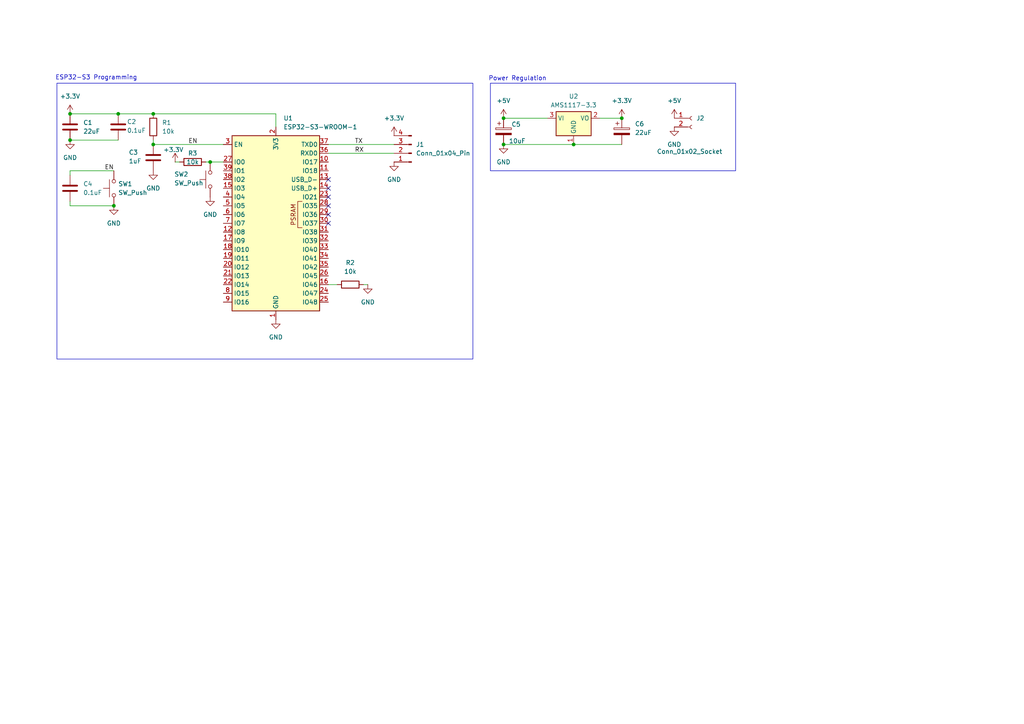
<source format=kicad_sch>
(kicad_sch (version 20231120) (generator "eeschema") (generator_version "8.0")
  (paper "A4")
  (lib_symbols
    (symbol "Connector:Conn_01x02_Socket" (pin_names (offset 1.016) hide)
      (property "Reference" "J" (at 0 2.54 0))
      (property "Value" "Conn_01x02_Socket" (at 0 -5.08 0))
      (symbol "Conn_01x02_Socket_1_1"
        (arc (start 0 -2.032) (mid -0.5058 -2.54) (end 0 -3.048) (stroke (width 0.1524)))
        (polyline (pts (xy -1.27 -2.54) (xy -0.508 -2.54)) (stroke (width 0.1524)))
        (polyline (pts (xy -1.27 0) (xy -0.508 0)) (stroke (width 0.1524)))
        (arc (start 0 0.508) (mid -0.5058 0) (end 0 -0.508) (stroke (width 0.1524)))
        (pin passive line (at -5.08 0 0) (length 3.81) (name "Pin_1") (number "1"))
        (pin passive line (at -5.08 -2.54 0) (length 3.81) (name "Pin_2") (number "2"))
      )
    )
    (symbol "Connector:Conn_01x04_Pin" (pin_names (offset 1.016) hide)
      (property "Reference" "J" (at 0 5.08 0))
      (property "Value" "Conn_01x04_Pin" (at 0 -7.62 0))
      (symbol "Conn_01x04_Pin_1_1"
        (polyline (pts (xy 1.27 -5.08) (xy 0.8636 -5.08)) (stroke (width 0.1524)))
        (polyline (pts (xy 1.27 -2.54) (xy 0.8636 -2.54)) (stroke (width 0.1524)))
        (polyline (pts (xy 1.27 0) (xy 0.8636 0)) (stroke (width 0.1524)))
        (polyline (pts (xy 1.27 2.54) (xy 0.8636 2.54)) (stroke (width 0.1524)))
        (rectangle (start 0.8636 -4.953) (end 0 -5.207) (stroke (width 0.1524)) (fill (type outline)))
        (rectangle (start 0.8636 -2.413) (end 0 -2.667) (stroke (width 0.1524)) (fill (type outline)))
        (rectangle (start 0.8636 0.127) (end 0 -0.127) (stroke (width 0.1524)) (fill (type outline)))
        (rectangle (start 0.8636 2.667) (end 0 2.413) (stroke (width 0.1524)) (fill (type outline)))
        (pin passive line (at 5.08 2.54 180) (length 3.81) (name "Pin_1") (number "1"))
        (pin passive line (at 5.08 0 180) (length 3.81) (name "Pin_2") (number "2"))
        (pin passive line (at 5.08 -2.54 180) (length 3.81) (name "Pin_3") (number "3"))
        (pin passive line (at 5.08 -5.08 180) (length 3.81) (name "Pin_4") (number "4"))
      )
    )
    (symbol "Device:C" (pin_numbers hide) (pin_names (offset 0.254))
      (property "Reference" "C" (at 0.635 2.54 0))
      (property "Value" "C" (at 0.635 -2.54 0))
      (symbol "C_0_1"
        (polyline (pts (xy -2.032 -0.762) (xy 2.032 -0.762)) (stroke (width 0.508)))
        (polyline (pts (xy -2.032 0.762) (xy 2.032 0.762)) (stroke (width 0.508)))
      )
      (symbol "C_1_1"
        (pin passive line (at 0 3.81 270) (length 2.794) (name "~") (number "1"))
        (pin passive line (at 0 -3.81 90) (length 2.794) (name "~") (number "2"))
      )
    )
    (symbol "Device:C_Polarized" (pin_numbers hide) (pin_names (offset 0.254))
      (property "Reference" "C" (at 0.635 2.54 0))
      (property "Value" "C_Polarized" (at 0.635 -2.54 0))
      (symbol "C_Polarized_0_1"
        (rectangle (start -2.286 0.508) (end 2.286 1.016))
        (polyline (pts (xy -1.778 2.286) (xy -0.762 2.286)))
        (polyline (pts (xy -1.27 2.794) (xy -1.27 1.778)))
        (rectangle (start 2.286 -0.508) (end -2.286 -1.016) (fill (type outline)))
      )
      (symbol "C_Polarized_1_1"
        (pin passive line (at 0 3.81 270) (length 2.794) (name "~") (number "1"))
        (pin passive line (at 0 -3.81 90) (length 2.794) (name "~") (number "2"))
      )
    )
    (symbol "Device:R" (pin_numbers hide) (pin_names (offset 0))
      (property "Reference" "R" (at 2.032 0 90))
      (property "Value" "R" (at 0 0 90))
      (symbol "R_0_1"
        (rectangle (start -1.016 -2.54) (end 1.016 2.54) (stroke (width 0.254)))
      )
      (symbol "R_1_1"
        (pin passive line (at 0 3.81 270) (length 1.27) (name "~") (number "1"))
        (pin passive line (at 0 -3.81 90) (length 1.27) (name "~") (number "2"))
      )
    )
    (symbol "RF_Module:ESP32-S3-WROOM-1"
      (property "Reference" "U" (at -12.7 26.67 0))
      (property "Value" "ESP32-S3-WROOM-1" (at 12.7 26.67 0))
      (symbol "ESP32-S3-WROOM-1_0_0"
        (rectangle (start -12.7 25.4) (end 12.7 -25.4) (stroke (width 0.254)) (fill (type background)))
        (text "PSRAM" (at 5.08 2.54 900) (effects (font (size 1.27 1.27))))
      )
      (symbol "ESP32-S3-WROOM-1_0_1"
        (polyline (pts (xy 7.62 -1.27) (xy 6.35 -1.27) (xy 6.35 6.35) (xy 7.62 6.35)))
      )
      (symbol "ESP32-S3-WROOM-1_1_1"
        (pin power_in line (at 0 -27.94 90) (length 2.54) (name "GND") (number "1"))
        (pin bidirectional line (at 15.24 17.78 180) (length 2.54) (name "IO17") (number "10"))
        (pin bidirectional line (at 15.24 15.24 180) (length 2.54) (name "IO18") (number "11"))
        (pin bidirectional line (at -15.24 -2.54 0) (length 2.54) (name "IO8") (number "12"))
        (pin bidirectional line (at 15.24 12.7 180) (length 2.54) (name "USB_D-") (number "13"))
        (pin bidirectional line (at 15.24 10.16 180) (length 2.54) (name "USB_D+") (number "14"))
        (pin bidirectional line (at -15.24 10.16 0) (length 2.54) (name "IO3") (number "15"))
        (pin bidirectional line (at 15.24 -17.78 180) (length 2.54) (name "IO46") (number "16"))
        (pin bidirectional line (at -15.24 -5.08 0) (length 2.54) (name "IO9") (number "17"))
        (pin bidirectional line (at -15.24 -7.62 0) (length 2.54) (name "IO10") (number "18"))
        (pin bidirectional line (at -15.24 -10.16 0) (length 2.54) (name "IO11") (number "19"))
        (pin power_in line (at 0 27.94 270) (length 2.54) (name "3V3") (number "2"))
        (pin bidirectional line (at -15.24 -12.7 0) (length 2.54) (name "IO12") (number "20"))
        (pin bidirectional line (at -15.24 -15.24 0) (length 2.54) (name "IO13") (number "21"))
        (pin bidirectional line (at -15.24 -17.78 0) (length 2.54) (name "IO14") (number "22"))
        (pin bidirectional line (at 15.24 7.62 180) (length 2.54) (name "IO21") (number "23"))
        (pin bidirectional line (at 15.24 -20.32 180) (length 2.54) (name "IO47") (number "24"))
        (pin bidirectional line (at 15.24 -22.86 180) (length 2.54) (name "IO48") (number "25"))
        (pin bidirectional line (at 15.24 -15.24 180) (length 2.54) (name "IO45") (number "26"))
        (pin bidirectional line (at -15.24 17.78 0) (length 2.54) (name "IO0") (number "27"))
        (pin bidirectional line (at 15.24 5.08 180) (length 2.54) (name "IO35") (number "28"))
        (pin bidirectional line (at 15.24 2.54 180) (length 2.54) (name "IO36") (number "29"))
        (pin input line (at -15.24 22.86 0) (length 2.54) (name "EN") (number "3"))
        (pin bidirectional line (at 15.24 0 180) (length 2.54) (name "IO37") (number "30"))
        (pin bidirectional line (at 15.24 -2.54 180) (length 2.54) (name "IO38") (number "31"))
        (pin bidirectional line (at 15.24 -5.08 180) (length 2.54) (name "IO39") (number "32"))
        (pin bidirectional line (at 15.24 -7.62 180) (length 2.54) (name "IO40") (number "33"))
        (pin bidirectional line (at 15.24 -10.16 180) (length 2.54) (name "IO41") (number "34"))
        (pin bidirectional line (at 15.24 -12.7 180) (length 2.54) (name "IO42") (number "35"))
        (pin bidirectional line (at 15.24 20.32 180) (length 2.54) (name "RXD0") (number "36"))
        (pin bidirectional line (at 15.24 22.86 180) (length 2.54) (name "TXD0") (number "37"))
        (pin bidirectional line (at -15.24 12.7 0) (length 2.54) (name "IO2") (number "38"))
        (pin bidirectional line (at -15.24 15.24 0) (length 2.54) (name "IO1") (number "39"))
        (pin bidirectional line (at -15.24 7.62 0) (length 2.54) (name "IO4") (number "4"))
        (pin passive line (at 0 -27.94 90) (length 2.54) hide (name "GND") (number "40"))
        (pin passive line (at 0 -27.94 90) (length 2.54) hide (name "GND") (number "41"))
        (pin bidirectional line (at -15.24 5.08 0) (length 2.54) (name "IO5") (number "5"))
        (pin bidirectional line (at -15.24 2.54 0) (length 2.54) (name "IO6") (number "6"))
        (pin bidirectional line (at -15.24 0 0) (length 2.54) (name "IO7") (number "7"))
        (pin bidirectional line (at -15.24 -20.32 0) (length 2.54) (name "IO15") (number "8"))
        (pin bidirectional line (at -15.24 -22.86 0) (length 2.54) (name "IO16") (number "9"))
      )
    )
    (symbol "Regulator_Linear:AMS1117-3.3"
      (property "Reference" "U" (at -3.81 3.175 0))
      (property "Value" "AMS1117-3.3" (at 0 3.175 0))
      (symbol "AMS1117-3.3_0_1"
        (rectangle (start -5.08 -5.08) (end 5.08 1.905) (stroke (width 0.254)) (fill (type background)))
      )
      (symbol "AMS1117-3.3_1_1"
        (pin power_in line (at 0 -7.62 90) (length 2.54) (name "GND") (number "1"))
        (pin power_out line (at 7.62 0 180) (length 2.54) (name "VO") (number "2"))
        (pin power_in line (at -7.62 0 0) (length 2.54) (name "VI") (number "3"))
      )
    )
    (symbol "Switch:SW_Push" (pin_numbers hide) (pin_names (offset 1.016) hide)
      (property "Reference" "SW" (at 1.27 2.54 0))
      (property "Value" "SW_Push" (at 0 -1.524 0))
      (symbol "SW_Push_0_1"
        (circle (center -2.032 0) (radius 0.508))
        (polyline (pts (xy 0 1.27) (xy 0 3.048)))
        (polyline (pts (xy 2.54 1.27) (xy -2.54 1.27)))
        (circle (center 2.032 0) (radius 0.508))
        (pin passive line (at -5.08 0 0) (length 2.54) (name "1") (number "1"))
        (pin passive line (at 5.08 0 180) (length 2.54) (name "2") (number "2"))
      )
    )
    (symbol "power:+3.3V" (power) (pin_numbers hide) (pin_names (offset 0) hide)
      (property "Value" "+3.3V" (at 0 3.556 0))
      (symbol "+3.3V_0_1"
        (polyline (pts (xy -0.762 1.27) (xy 0 2.54)))
        (polyline (pts (xy 0 0) (xy 0 2.54)))
        (polyline (pts (xy 0 2.54) (xy 0.762 1.27)))
      )
      (symbol "+3.3V_1_1"
        (pin power_in line (at 0 0 90) (length 0) (name "~") (number "1"))
      )
    )
    (symbol "power:+5V" (power) (pin_numbers hide) (pin_names (offset 0) hide)
      (property "Value" "+5V" (at 0 3.556 0))
      (symbol "+5V_0_1"
        (polyline (pts (xy -0.762 1.27) (xy 0 2.54)))
        (polyline (pts (xy 0 0) (xy 0 2.54)))
        (polyline (pts (xy 0 2.54) (xy 0.762 1.27)))
      )
      (symbol "+5V_1_1"
        (pin power_in line (at 0 0 90) (length 0) (name "~") (number "1"))
      )
    )
    (symbol "power:GND" (power) (pin_numbers hide) (pin_names (offset 0) hide)
      (property "Value" "GND" (at 0 -3.81 0))
      (symbol "GND_0_1"
        (polyline (pts (xy 0 0) (xy 0 -1.27) (xy 1.27 -1.27) (xy 0 -2.54) (xy -1.27 -1.27) (xy 0 -1.27)))
      )
      (symbol "GND_1_1"
        (pin power_in line (at 0 0 270) (length 0) (name "~") (number "1"))
      )
    )
  )
  (junction (at 44.45 41.91))
  (junction (at 33.02 59.69))
  (junction (at 60.96 46.99))
  (junction (at 180.34 34.29))
  (junction (at 34.29 33.02))
  (junction (at 44.45 33.02))
  (junction (at 166.37 41.91))
  (junction (at 146.05 34.29))
  (junction (at 146.05 41.91))
  (junction (at 20.32 33.02))
  (junction (at 20.32 40.64))
  (no_connect (at 95.25 54.61))
  (no_connect (at 95.25 64.77))
  (no_connect (at 95.25 57.15))
  (no_connect (at 95.25 52.07))
  (no_connect (at 95.25 62.23))
  (no_connect (at 95.25 59.69))
  (wire (pts (xy 34.29 33.02) (xy 44.45 33.02)))
  (wire (pts (xy 20.32 40.64) (xy 34.29 40.64)))
  (wire (pts (xy 95.25 82.55) (xy 97.79 82.55)))
  (wire (pts (xy 50.8 46.99) (xy 52.07 46.99)))
  (wire (pts (xy 44.45 41.91) (xy 64.77 41.91)))
  (wire (pts (xy 95.25 44.45) (xy 114.3 44.45)))
  (wire (pts (xy 60.96 46.99) (xy 64.77 46.99)))
  (wire (pts (xy 33.02 49.53) (xy 20.32 49.53)))
  (wire (pts (xy 166.37 41.91) (xy 180.34 41.91)))
  (wire (pts (xy 95.25 41.91) (xy 114.3 41.91)))
  (wire (pts (xy 59.69 46.99) (xy 60.96 46.99)))
  (wire (pts (xy 44.45 33.02) (xy 80.01 33.02)))
  (wire (pts (xy 20.32 59.69) (xy 33.02 59.69)))
  (wire (pts (xy 146.05 34.29) (xy 158.75 34.29)))
  (wire (pts (xy 20.32 58.42) (xy 20.32 59.69)))
  (wire (pts (xy 20.32 49.53) (xy 20.32 50.8)))
  (wire (pts (xy 44.45 40.64) (xy 44.45 41.91)))
  (wire (pts (xy 20.32 33.02) (xy 34.29 33.02)))
  (wire (pts (xy 146.05 41.91) (xy 166.37 41.91)))
  (wire (pts (xy 80.01 33.02) (xy 80.01 36.83)))
  (wire (pts (xy 173.99 34.29) (xy 180.34 34.29)))
  (wire (pts (xy 106.68 82.55) (xy 105.41 82.55)))
  (rectangle (start 16.51 24.13) (end 137.16 104.14))
  (rectangle (start 142.24 24.13) (end 213.36 49.53))
  (text "Power Regulation" (at 150.114 22.86 0) (effects (font (size 1.27 1.27))))
  (text "ESP32-S3 Programming" (at 27.94 22.606 0) (effects (font (size 1.27 1.27))))
  (label "EN" (at 33.02 49.53 180))
  (label "RX" (at 102.87 44.45 0))
  (label "TX" (at 102.87 41.91 0))
  (label "EN" (at 54.61 41.91 0))
  (symbol (lib_id "RF_Module:ESP32-S3-WROOM-1") (at 80.01 64.77 0) (unit 1)
    (property "Reference" "U1" (at 82.2041 34.29 0) (effects (justify left)))
    (property "Value" "ESP32-S3-WROOM-1" (at 82.2041 36.83 0) (effects (justify left)))
    (property "Footprint" "RF_Module:ESP32-S3-WROOM-1" (effects (hide yes)))
    (property "Datasheet" "https://www.espressif.com/sites/default/files/documentation/esp32-s3-wroom-1_wroom-1u_datasheet_en.pdf" (effects (hide yes)))
    (property "Description" "RF Module, ESP32-S3 SoC, Wi-Fi 802.11b/g/n, Bluetooth, BLE, 32-bit, 3.3V, onboard antenna, SMD" (effects (hide yes)))
  )
  (symbol (lib_id "Device:C") (at 20.32 54.61 0) (unit 1)
    (property "Reference" "C4" (at 24.13 53.3399 0) (effects (justify left)))
    (property "Value" "0.1uF" (at 24.13 55.8799 0) (effects (justify left)))
    (property "Footprint" "Capacitor_SMD:C_0603_1608Metric_Pad1.08x0.95mm_HandSolder" (effects (hide yes)))
    (property "Description" "Unpolarized capacitor" (effects (hide yes)))
  )
  (symbol (lib_id "power:GND") (at 106.68 82.55 0) (unit 1)
    (property "Reference" "#PWR8" (effects (hide yes)))
    (property "Value" "GND" (at 106.68 87.63 0))
    (property "Description" "Power symbol creates a global label with name \"GND\" , ground" (effects (hide yes)))
  )
  (symbol (lib_id "power:GND") (at 114.3 46.99 0) (unit 1)
    (property "Reference" "#PWR7" (effects (hide yes)))
    (property "Value" "GND" (at 114.3 52.07 0))
    (property "Description" "Power symbol creates a global label with name \"GND\" , ground" (effects (hide yes)))
  )
  (symbol (lib_id "Device:C_Polarized") (at 146.05 38.1 0) (unit 1)
    (property "Reference" "C5" (at 148.336 36.068 0) (effects (justify left)))
    (property "Value" "10uF" (at 147.574 40.894 0) (effects (justify left)))
    (property "Footprint" "Capacitor_SMD:C_0805_2012Metric_Pad1.18x1.45mm_HandSolder" (effects (hide yes)))
    (property "Description" "Polarized capacitor" (effects (hide yes)))
  )
  (symbol (lib_id "Device:C") (at 20.32 36.83 0) (unit 1)
    (property "Reference" "C1" (at 24.13 35.5599 0) (effects (justify left)))
    (property "Value" "22uF" (at 24.13 38.0999 0) (effects (justify left)))
    (property "Footprint" "Capacitor_SMD:C_0805_2012Metric_Pad1.18x1.45mm_HandSolder" (effects (hide yes)))
    (property "Description" "Unpolarized capacitor" (effects (hide yes)))
  )
  (symbol (lib_id "power:+3.3V") (at 180.34 34.29 0) (unit 1)
    (property "Reference" "#PWR13" (effects (hide yes)))
    (property "Value" "+3.3V" (at 180.34 29.21 0))
    (property "Description" "Power symbol creates a global label with name \"+3.3V\"" (effects (hide yes)))
  )
  (symbol (lib_id "power:+3.3V") (at 20.32 33.02 0) (unit 1)
    (property "Reference" "#PWR1" (effects (hide yes)))
    (property "Value" "+3.3V" (at 20.32 27.94 0))
    (property "Description" "Power symbol creates a global label with name \"+3.3V\"" (effects (hide yes)))
  )
  (symbol (lib_id "power:GND") (at 80.01 92.71 0) (unit 1)
    (property "Reference" "#PWR3" (effects (hide yes)))
    (property "Value" "GND" (at 80.01 97.79 0))
    (property "Description" "Power symbol creates a global label with name \"GND\" , ground" (effects (hide yes)))
  )
  (symbol (lib_id "Device:C") (at 34.29 36.83 0) (unit 1)
    (property "Reference" "C2" (at 36.83 35.306 0) (effects (justify left)))
    (property "Value" "0.1uF" (at 36.83 37.846 0) (effects (justify left)))
    (property "Footprint" "Capacitor_SMD:C_0603_1608Metric_Pad1.08x0.95mm_HandSolder" (effects (hide yes)))
    (property "Description" "Unpolarized capacitor" (effects (hide yes)))
  )
  (symbol (lib_id "Connector:Conn_01x02_Socket") (at 200.66 34.29 0) (unit 1)
    (property "Reference" "J2" (at 201.93 34.2899 0) (effects (justify left)))
    (property "Value" "Conn_01x02_Socket" (at 190.5 43.942 0) (effects (justify left)))
    (property "Footprint" "Connector_PinSocket_2.54mm:PinSocket_1x02_P2.54mm_Vertical" (effects (hide yes)))
    (property "Description" "Generic connector, single row, 01x02, script generated" (effects (hide yes)))
  )
  (symbol (lib_id "power:GND") (at 60.96 57.15 0) (unit 1)
    (property "Reference" "#PWR10" (effects (hide yes)))
    (property "Value" "GND" (at 60.96 62.23 0))
    (property "Description" "Power symbol creates a global label with name \"GND\" , ground" (effects (hide yes)))
  )
  (symbol (lib_id "power:GND") (at 33.02 59.69 0) (unit 1)
    (property "Reference" "#PWR5" (effects (hide yes)))
    (property "Value" "GND" (at 33.02 64.77 0))
    (property "Description" "Power symbol creates a global label with name \"GND\" , ground" (effects (hide yes)))
  )
  (symbol (lib_id "Connector:Conn_01x04_Pin") (at 119.38 44.45 180) (unit 1)
    (property "Reference" "J1" (at 120.65 41.9099 0) (effects (justify right)))
    (property "Value" "Conn_01x04_Pin" (at 120.65 44.4499 0) (effects (justify right)))
    (property "Footprint" "Connector_PinSocket_2.54mm:PinSocket_1x04_P2.54mm_Vertical" (effects (hide yes)))
    (property "Description" "Generic connector, single row, 01x04, script generated" (effects (hide yes)))
  )
  (symbol (lib_id "Device:R") (at 55.88 46.99 90) (unit 1)
    (property "Reference" "R3" (at 55.88 44.45 90))
    (property "Value" "10k" (at 55.88 46.99 90))
    (property "Footprint" "Resistor_SMD:R_0402_1005Metric_Pad0.72x0.64mm_HandSolder" (effects (hide yes)))
    (property "Description" "Resistor" (effects (hide yes)))
  )
  (symbol (lib_id "power:GND") (at 195.58 36.83 0) (unit 1)
    (property "Reference" "#PWR15" (effects (hide yes)))
    (property "Value" "GND" (at 195.58 41.91 0))
    (property "Description" "Power symbol creates a global label with name \"GND\" , ground" (effects (hide yes)))
  )
  (symbol (lib_id "power:GND") (at 146.05 41.91 0) (unit 1)
    (property "Reference" "#PWR11" (effects (hide yes)))
    (property "Value" "GND" (at 146.05 46.99 0))
    (property "Description" "Power symbol creates a global label with name \"GND\" , ground" (effects (hide yes)))
  )
  (symbol (lib_id "power:+5V") (at 146.05 34.29 0) (unit 1)
    (property "Reference" "#PWR12" (effects (hide yes)))
    (property "Value" "+5V" (at 146.05 29.21 0))
    (property "Description" "Power symbol creates a global label with name \"+5V\"" (effects (hide yes)))
  )
  (symbol (lib_id "power:+3.3V") (at 50.8 46.99 0) (unit 1)
    (property "Reference" "#PWR9" (effects (hide yes)))
    (property "Value" "+3.3V" (at 50.292 43.434 0))
    (property "Description" "Power symbol creates a global label with name \"+3.3V\"" (effects (hide yes)))
  )
  (symbol (lib_id "Switch:SW_Push") (at 60.96 52.07 90) (unit 1)
    (property "Reference" "SW2" (at 50.546 50.546 90) (effects (justify right)))
    (property "Value" "SW_Push" (at 50.546 53.086 90) (effects (justify right)))
    (property "Footprint" "Button_SMD:SW_Push_1P1T_NO_CK_KMR2" (effects (hide yes)))
    (property "Description" "Push button switch, generic, two pins" (effects (hide yes)))
  )
  (symbol (lib_id "power:+3.3V") (at 114.3 39.37 0) (unit 1)
    (property "Reference" "#PWR6" (effects (hide yes)))
    (property "Value" "+3.3V" (at 114.3 34.29 0))
    (property "Description" "Power symbol creates a global label with name \"+3.3V\"" (effects (hide yes)))
  )
  (symbol (lib_id "power:GND") (at 44.45 49.53 0) (unit 1)
    (property "Reference" "#PWR4" (effects (hide yes)))
    (property "Value" "GND" (at 44.45 54.61 0))
    (property "Description" "Power symbol creates a global label with name \"GND\" , ground" (effects (hide yes)))
  )
  (symbol (lib_id "Switch:SW_Push") (at 33.02 54.61 90) (unit 1)
    (property "Reference" "SW1" (at 34.29 53.3399 90) (effects (justify right)))
    (property "Value" "SW_Push" (at 34.29 55.8799 90) (effects (justify right)))
    (property "Footprint" "Button_SMD:SW_Push_1P1T_NO_CK_KMR2" (effects (hide yes)))
    (property "Description" "Push button switch, generic, two pins" (effects (hide yes)))
  )
  (symbol (lib_id "Regulator_Linear:AMS1117-3.3") (at 166.37 34.29 0) (unit 1)
    (property "Reference" "U2" (at 166.37 27.94 0))
    (property "Value" "AMS1117-3.3" (at 166.37 30.48 0))
    (property "Footprint" "Package_TO_SOT_SMD:SOT-223-3_TabPin2" (effects (hide yes)))
    (property "Datasheet" "http://www.advanced-monolithic.com/pdf/ds1117.pdf" (effects (hide yes)))
    (property "Description" "1A Low Dropout regulator, positive, 3.3V fixed output, SOT-223" (effects (hide yes)))
  )
  (symbol (lib_id "Device:C") (at 44.45 45.72 0) (unit 1)
    (property "Reference" "C3" (at 37.338 44.196 0) (effects (justify left)))
    (property "Value" "1uF" (at 37.338 46.736 0) (effects (justify left)))
    (property "Footprint" "Capacitor_SMD:C_0603_1608Metric_Pad1.08x0.95mm_HandSolder" (effects (hide yes)))
    (property "Description" "Unpolarized capacitor" (effects (hide yes)))
  )
  (symbol (lib_id "Device:R") (at 101.6 82.55 90) (unit 1)
    (property "Reference" "R2" (at 101.6 76.2 90))
    (property "Value" "10k" (at 101.6 78.74 90))
    (property "Footprint" "Resistor_SMD:R_0402_1005Metric_Pad0.72x0.64mm_HandSolder" (effects (hide yes)))
    (property "Description" "Resistor" (effects (hide yes)))
  )
  (symbol (lib_id "power:GND") (at 20.32 40.64 0) (unit 1)
    (property "Reference" "#PWR2" (effects (hide yes)))
    (property "Value" "GND" (at 20.32 45.72 0))
    (property "Description" "Power symbol creates a global label with name \"GND\" , ground" (effects (hide yes)))
  )
  (symbol (lib_id "Device:C_Polarized") (at 180.34 38.1 0) (unit 1)
    (property "Reference" "C6" (at 184.15 35.9409 0) (effects (justify left)))
    (property "Value" "22uF" (at 184.15 38.4809 0) (effects (justify left)))
    (property "Footprint" "Capacitor_SMD:C_0805_2012Metric_Pad1.18x1.45mm_HandSolder" (effects (hide yes)))
    (property "Description" "Polarized capacitor" (effects (hide yes)))
  )
  (symbol (lib_id "power:+5V") (at 195.58 34.29 0) (unit 1)
    (property "Reference" "#PWR14" (effects (hide yes)))
    (property "Value" "+5V" (at 195.58 29.21 0))
    (property "Description" "Power symbol creates a global label with name \"+5V\"" (effects (hide yes)))
  )
  (symbol (lib_id "Device:R") (at 44.45 36.83 0) (unit 1)
    (property "Reference" "R1" (at 46.99 35.5599 0) (effects (justify left)))
    (property "Value" "10k" (at 46.99 38.0999 0) (effects (justify left)))
    (property "Footprint" "Resistor_SMD:R_0402_1005Metric_Pad0.72x0.64mm_HandSolder" (effects (hide yes)))
    (property "Description" "Resistor" (effects (hide yes)))
  )
)
</source>
